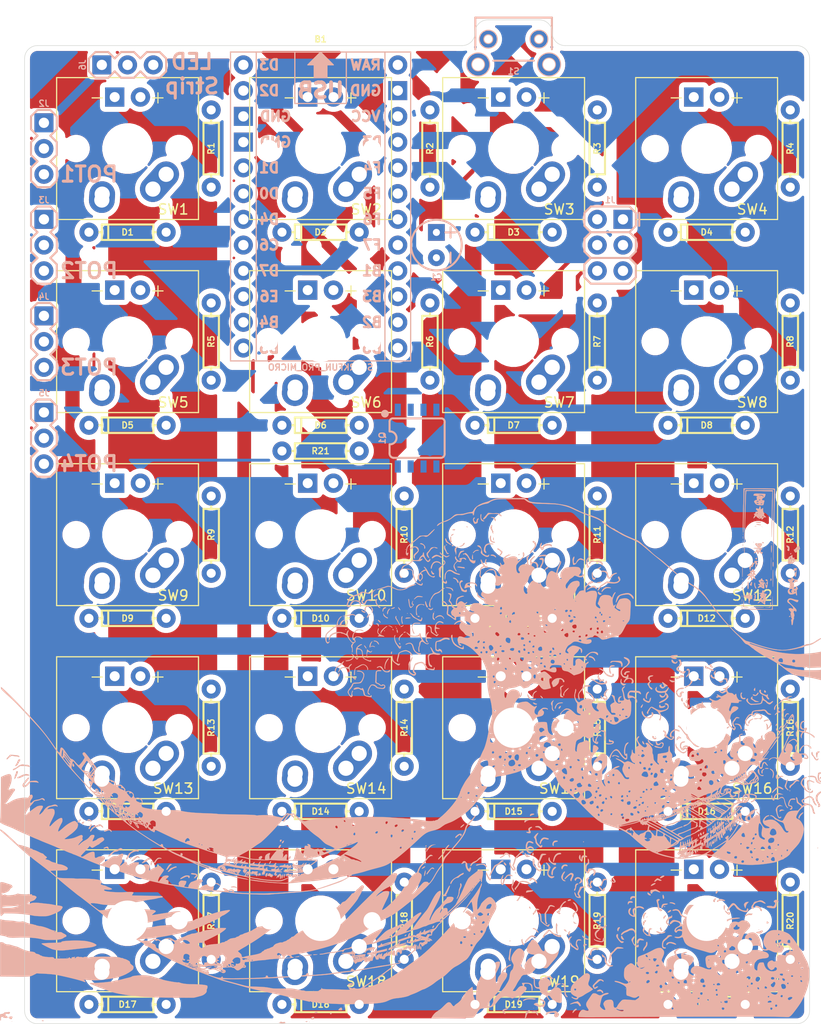
<source format=kicad_pcb>
(kicad_pcb (version 20171130) (host pcbnew 5.1.5-52549c5~86~ubuntu18.04.1)
  (layers (0 F.Cu signal) (31 B.Cu signal) (34 B.Paste user) (35 F.Paste user) (36 B.SilkS user) (37 F.SilkS user) (38 B.Mask user) (39 F.Mask user) (44 Edge.Cuts user))
  (net 0 "")
  (net 1 COL_1)
  (net 2 COL_2)
  (net 3 GND)
  (net 4 COL_3)
  (net 5 COL_4)
  (net 6 ROW_1)
  (net 7 ROW_2)
  (net 8 ROW_3)
  (net 9 ROW_4)
  (net 10 ROW_5)
  (net 11 BACKLIGHT_CTRL)
  (net 12 NEOPIXEL_CTRL)
  (net 13 MOSI)
  (net 14 MISO)
  (net 15 SCK)
  (net 16 A0)
  (net 17 A1)
  (net 18 A2)
  (net 19 A3)
  (net 20 VCC)
  (net 21 RESET)
  (net 22 RAW)
  (net 23 "Net-(D1-PadA)")
  (net 24 "Net-(D2-PadA)")
  (net 25 "Net-(D3-PadA)")
  (net 26 "Net-(D4-PadA)")
  (net 27 "Net-(D5-PadA)")
  (net 28 "Net-(D6-PadA)")
  (net 29 "Net-(D7-PadA)")
  (net 30 "Net-(D8-PadA)")
  (net 31 "Net-(D9-PadA)")
  (net 32 "Net-(D10-PadA)")
  (net 33 "Net-(D11-PadA)")
  (net 34 "Net-(D12-PadA)")
  (net 35 "Net-(D13-PadA)")
  (net 36 "Net-(D14-PadA)")
  (net 37 "Net-(D15-PadA)")
  (net 38 "Net-(D16-PadA)")
  (net 39 "Net-(D17-PadA)")
  (net 40 "Net-(D18-PadA)")
  (net 41 "Net-(D19-PadA)")
  (net 42 "Net-(D20-PadA)")
  (net 43 LED_GND)
  (net 44 "Net-(R1-PadP$2)")
  (net 45 "Net-(R2-PadP$2)")
  (net 46 "Net-(R3-PadP$2)")
  (net 47 "Net-(R4-PadP$2)")
  (net 48 "Net-(R5-PadP$2)")
  (net 49 "Net-(R6-PadP$2)")
  (net 50 "Net-(R7-PadP$2)")
  (net 51 "Net-(R8-PadP$2)")
  (net 52 "Net-(R9-PadP$2)")
  (net 53 "Net-(R10-PadP$2)")
  (net 54 "Net-(R11-PadP$2)")
  (net 55 "Net-(R12-PadP$2)")
  (net 56 "Net-(R13-PadP$2)")
  (net 57 "Net-(R14-PadP$2)")
  (net 58 "Net-(R15-PadP$2)")
  (net 59 "Net-(R16-PadP$2)")
  (net 60 "Net-(R17-PadP$2)")
  (net 61 "Net-(R18-PadP$2)")
  (net 62 "Net-(R19-PadP$2)")
  (net 63 "Net-(R20-PadP$2)")
  (module libkeyswitch-1_1:MX_ALPS_LED_PCB_MOUNT_1.0 (layer F.Cu) (at 171.45 78.74 180)
    (fp_text reference SW8 (at -4.5 -6) (layer F.SilkS))
    (fp_text value KEYSW_LED)
    (pad A thru_hole circle (at -1.27 5.08 180) (size 1.905 1.905) (drill 0.9906) (layers *.Cu *.Mask) (net 20 VCC))
    (pad K thru_hole rect (at 1.27 5.08 180) (size 1.905 1.905) (drill 0.9906) (layers *.Cu *.Mask) (net 51 "Net-(R8-PadP$2)"))
    (pad "" np_thru_hole circle (at 0 0 180) (size 3.9878 3.9878) (drill 3.9878) (layers *.Cu *.Mask))
    (pad S2 thru_hole custom (at 2.5 -4.5 180) (size 2.54 2.54) (drill 1.4986) (layers *.Cu *.Mask) (net 5 COL_4) (options (clearance outline) (anchor circle)) (primitives (gr_line (start 0 0) (end 0.04 -0.58) (width 2.54))))
    (pad S2 thru_hole circle (at 2.54 -5.08 180) (size 2.54 2.54) (drill 1.4986) (layers *.Cu *.Mask) (net 5 COL_4))
    (pad "" np_thru_hole circle (at -5.08 0 180) (size 1.7018 1.7018) (drill 1.7018) (layers *.Cu *.Mask))
    (pad S1 thru_hole custom (at -3.81 -2.54 180) (size 2.54 2.54) (drill 1.4986) (layers *.Cu *.Mask) (net 30 "Net-(D8-PadA)") (options (clearance outline) (anchor circle)) (primitives (gr_line (start 0 0) (end 1.31 -1.46) (width 2.54))))
    (pad S1 thru_hole circle (at -2.5 -4 180) (size 2.54 2.54) (drill 1.4986) (layers *.Cu *.Mask) (net 30 "Net-(D8-PadA)"))
    (pad "" np_thru_hole circle (at 5.08 0 180) (size 1.7018 1.7018) (drill 1.7018) (layers *.Cu *.Mask))
  )
  (module libkeyswitch-1_1:MX_ALPS_LED_PCB_MOUNT_1.0 (layer F.Cu) (at 171.45 116.84 180)
    (fp_text reference SW16 (at -4.5 -6) (layer F.SilkS))
    (fp_text value KEYSW_LED)
    (pad "" np_thru_hole circle (at 5.08 0 180) (size 1.7018 1.7018) (drill 1.7018) (layers *.Cu *.Mask))
    (pad S1 thru_hole circle (at -2.5 -4 180) (size 2.54 2.54) (drill 1.4986) (layers *.Cu *.Mask) (net 38 "Net-(D16-PadA)"))
    (pad S1 thru_hole custom (at -3.81 -2.54 180) (size 2.54 2.54) (drill 1.4986) (layers *.Cu *.Mask) (net 38 "Net-(D16-PadA)") (options (clearance outline) (anchor circle)) (primitives (gr_line (start 0 0) (end 1.31 -1.46) (width 2.54))))
    (pad "" np_thru_hole circle (at -5.08 0 180) (size 1.7018 1.7018) (drill 1.7018) (layers *.Cu *.Mask))
    (pad S2 thru_hole circle (at 2.54 -5.08 180) (size 2.54 2.54) (drill 1.4986) (layers *.Cu *.Mask) (net 5 COL_4))
    (pad S2 thru_hole custom (at 2.5 -4.5 180) (size 2.54 2.54) (drill 1.4986) (layers *.Cu *.Mask) (net 5 COL_4) (options (clearance outline) (anchor circle)) (primitives (gr_line (start 0 0) (end 0.04 -0.58) (width 2.54))))
    (pad "" np_thru_hole circle (at 0 0 180) (size 3.9878 3.9878) (drill 3.9878) (layers *.Cu *.Mask))
    (pad K thru_hole rect (at 1.27 5.08 180) (size 1.905 1.905) (drill 0.9906) (layers *.Cu *.Mask) (net 59 "Net-(R16-PadP$2)"))
    (pad A thru_hole circle (at -1.27 5.08 180) (size 1.905 1.905) (drill 0.9906) (layers *.Cu *.Mask) (net 20 VCC))
  )
  (module libkeyswitch-1_1:MX_ALPS_LED_PCB_MOUNT_1.0 (layer F.Cu) (at 171.45 135.89 180)
    (fp_text reference SW20 (at -4.5 -6) (layer F.SilkS))
    (fp_text value KEYSW_LED)
    (pad "" np_thru_hole circle (at 5.08 0 180) (size 1.7018 1.7018) (drill 1.7018) (layers *.Cu *.Mask))
    (pad S1 thru_hole circle (at -2.5 -4 180) (size 2.54 2.54) (drill 1.4986) (layers *.Cu *.Mask) (net 42 "Net-(D20-PadA)"))
    (pad S1 thru_hole custom (at -3.81 -2.54 180) (size 2.54 2.54) (drill 1.4986) (layers *.Cu *.Mask) (net 42 "Net-(D20-PadA)") (options (clearance outline) (anchor circle)) (primitives (gr_line (start 0 0) (end 1.31 -1.46) (width 2.54))))
    (pad "" np_thru_hole circle (at -5.08 0 180) (size 1.7018 1.7018) (drill 1.7018) (layers *.Cu *.Mask))
    (pad S2 thru_hole circle (at 2.54 -5.08 180) (size 2.54 2.54) (drill 1.4986) (layers *.Cu *.Mask) (net 5 COL_4))
    (pad S2 thru_hole custom (at 2.5 -4.5 180) (size 2.54 2.54) (drill 1.4986) (layers *.Cu *.Mask) (net 5 COL_4) (options (clearance outline) (anchor circle)) (primitives (gr_line (start 0 0) (end 0.04 -0.58) (width 2.54))))
    (pad "" np_thru_hole circle (at 0 0 180) (size 3.9878 3.9878) (drill 3.9878) (layers *.Cu *.Mask))
    (pad K thru_hole rect (at 1.27 5.08 180) (size 1.905 1.905) (drill 0.9906) (layers *.Cu *.Mask) (net 63 "Net-(R20-PadP$2)"))
    (pad A thru_hole circle (at -1.27 5.08 180) (size 1.905 1.905) (drill 0.9906) (layers *.Cu *.Mask) (net 20 VCC))
  )
  (module libkeyswitch-1_1:MX_ALPS_LED_PCB_MOUNT_1.0 (layer F.Cu) (at 133.35 135.89 180)
    (fp_text reference SW18 (at -4.5 -6) (layer F.SilkS))
    (fp_text value KEYSW_LED)
    (pad A thru_hole circle (at -1.27 5.08 180) (size 1.905 1.905) (drill 0.9906) (layers *.Cu *.Mask) (net 20 VCC))
    (pad K thru_hole rect (at 1.27 5.08 180) (size 1.905 1.905) (drill 0.9906) (layers *.Cu *.Mask) (net 61 "Net-(R18-PadP$2)"))
    (pad "" np_thru_hole circle (at 0 0 180) (size 3.9878 3.9878) (drill 3.9878) (layers *.Cu *.Mask))
    (pad S2 thru_hole custom (at 2.5 -4.5 180) (size 2.54 2.54) (drill 1.4986) (layers *.Cu *.Mask) (net 2 COL_2) (options (clearance outline) (anchor circle)) (primitives (gr_line (start 0 0) (end 0.04 -0.58) (width 2.54))))
    (pad S2 thru_hole circle (at 2.54 -5.08 180) (size 2.54 2.54) (drill 1.4986) (layers *.Cu *.Mask) (net 2 COL_2))
    (pad "" np_thru_hole circle (at -5.08 0 180) (size 1.7018 1.7018) (drill 1.7018) (layers *.Cu *.Mask))
    (pad S1 thru_hole custom (at -3.81 -2.54 180) (size 2.54 2.54) (drill 1.4986) (layers *.Cu *.Mask) (net 40 "Net-(D18-PadA)") (options (clearance outline) (anchor circle)) (primitives (gr_line (start 0 0) (end 1.31 -1.46) (width 2.54))))
    (pad S1 thru_hole circle (at -2.5 -4 180) (size 2.54 2.54) (drill 1.4986) (layers *.Cu *.Mask) (net 40 "Net-(D18-PadA)"))
    (pad "" np_thru_hole circle (at 5.08 0 180) (size 1.7018 1.7018) (drill 1.7018) (layers *.Cu *.Mask))
  )
  (module libkeyswitch-1_1:MX_ALPS_LED_PCB_MOUNT_1.0 (layer F.Cu) (at 114.3 135.89 180)
    (fp_text reference SW17 hide)
    (fp_text value KEYSW_LED)
    (pad "" np_thru_hole circle (at 5.08 0 180) (size 1.7018 1.7018) (drill 1.7018) (layers *.Cu *.Mask))
    (pad S1 thru_hole circle (at -2.5 -4 180) (size 2.54 2.54) (drill 1.4986) (layers *.Cu *.Mask) (net 39 "Net-(D17-PadA)"))
    (pad S1 thru_hole custom (at -3.81 -2.54 180) (size 2.54 2.54) (drill 1.4986) (layers *.Cu *.Mask) (net 39 "Net-(D17-PadA)") (options (clearance outline) (anchor circle)) (primitives (gr_line (start 0 0) (end 1.31 -1.46) (width 2.54))))
    (pad "" np_thru_hole circle (at -5.08 0 180) (size 1.7018 1.7018) (drill 1.7018) (layers *.Cu *.Mask))
    (pad S2 thru_hole circle (at 2.54 -5.08 180) (size 2.54 2.54) (drill 1.4986) (layers *.Cu *.Mask) (net 1 COL_1))
    (pad S2 thru_hole custom (at 2.5 -4.5 180) (size 2.54 2.54) (drill 1.4986) (layers *.Cu *.Mask) (net 1 COL_1) (options (clearance outline) (anchor circle)) (primitives (gr_line (start 0 0) (end 0.04 -0.58) (width 2.54))))
    (pad "" np_thru_hole circle (at 0 0 180) (size 3.9878 3.9878) (drill 3.9878) (layers *.Cu *.Mask))
    (pad K thru_hole rect (at 1.27 5.08 180) (size 1.905 1.905) (drill 0.9906) (layers *.Cu *.Mask) (net 60 "Net-(R17-PadP$2)"))
    (pad A thru_hole circle (at -1.27 5.08 180) (size 1.905 1.905) (drill 0.9906) (layers *.Cu *.Mask) (net 20 VCC))
  )
  (module logos:kanagawa_81mm_x_56mm_silkscreen (layer B.Cu) (at 142.24 118.11 180)
    (fp_text reference G*** hide)
    (fp_text value LOGO hide)
  )
  (module Boards:SPARKFUN_PRO_MICRO (layer F.Cu) (at 133.35 64.135)
    (fp_text reference B1 (at 0 -15.24) (layer F.SilkS) (effects (font (size 0.6096 0.6096) (thickness 0.127))))
    (fp_text value SPARKFUN_PRO_MICRO (at 0 17.145) (layer B.SilkS) (effects (font (size 0.6096 0.6096) (thickness 0.127)) (justify mirror)))
    (fp_text user USB (at 0 -10.16) (layer B.SilkS) (effects (font (size 1.5 1.5) (thickness 0.375)) (justify mirror)))
    (fp_text user D3 (at -5.08 -12.7) (layer B.SilkS) (effects (font (thickness 0.25)) (justify mirror)))
    (fp_text user D2 (at -5.08 -10.16) (layer B.SilkS) (effects (font (thickness 0.25)) (justify mirror)))
    (fp_text user GND (at -4.445 -5.08) (layer B.SilkS) (effects (font (thickness 0.25)) (justify mirror)))
    (fp_text user GND (at -4.445 -7.62) (layer B.SilkS) (effects (font (thickness 0.25)) (justify mirror)))
    (fp_text user D0 (at -5.08 0) (layer B.SilkS) (effects (font (thickness 0.25)) (justify mirror)))
    (fp_text user D4 (at -5.08 2.54) (layer B.SilkS) (effects (font (thickness 0.25)) (justify mirror)))
    (fp_text user D1 (at -5.08 -2.54) (layer B.SilkS) (effects (font (thickness 0.25)) (justify mirror)))
    (fp_text user C6 (at -5.08 5.08) (layer B.SilkS) (effects (font (thickness 0.25)) (justify mirror)))
    (fp_text user E6 (at -5.08 10.16) (layer B.SilkS) (effects (font (thickness 0.25)) (justify mirror)))
    (fp_text user B4 (at -5.08 12.7) (layer B.SilkS) (effects (font (thickness 0.25)) (justify mirror)))
    (fp_text user D7 (at -5.08 7.62) (layer B.SilkS) (effects (font (thickness 0.25)) (justify mirror)))
    (fp_text user B5 (at -5.08 15.24) (layer B.SilkS) (effects (font (thickness 0.25)) (justify mirror)))
    (fp_text user B3 (at 5.08 10.16) (layer B.SilkS) (effects (font (thickness 0.25)) (justify mirror)))
    (fp_text user B2 (at 5.08 12.7) (layer B.SilkS) (effects (font (thickness 0.25)) (justify mirror)))
    (fp_text user B1 (at 5.08 7.62) (layer B.SilkS) (effects (font (thickness 0.25)) (justify mirror)))
    (fp_text user B6 (at 5.08 15.24) (layer B.SilkS) (effects (font (thickness 0.25)) (justify mirror)))
    (fp_text user F5 (at 5.08 0) (layer B.SilkS) (effects (font (thickness 0.25)) (justify mirror)))
    (fp_text user F6 (at 5.08 2.54) (layer B.SilkS) (effects (font (thickness 0.25)) (justify mirror)))
    (fp_text user F4 (at 5.08 -2.54) (layer B.SilkS) (effects (font (thickness 0.25)) (justify mirror)))
    (fp_text user F7 (at 5.08 5.08) (layer B.SilkS) (effects (font (thickness 0.25)) (justify mirror)))
    (fp_text user GND (at 4.445 -10.16) (layer B.SilkS) (effects (font (thickness 0.25)) (justify mirror)))
    (fp_text user VCC (at 4.445 -7.62) (layer B.SilkS) (effects (font (thickness 0.25)) (justify mirror)))
    (fp_text user RAW (at 4.445 -12.7) (layer B.SilkS) (effects (font (thickness 0.25)) (justify mirror)))
    (fp_text user D3 (at 5.08 -5.08) (layer B.SilkS) (effects (font (thickness 0.25)) (justify mirror)))
    (pad 1 thru_hole circle (at -7.62 -12.7) (size 1.8796 1.8796) (drill 1.016) (layers *.Cu *.Mask) (net 1 COL_1))
    (pad 2 thru_hole circle (at -7.62 -10.16) (size 1.8796 1.8796) (drill 1.016) (layers *.Cu *.Mask) (net 2 COL_2))
    (pad 3 thru_hole rect (at -7.62 -7.62) (size 1.8796 1.8796) (drill 1.016) (layers *.Cu *.Mask) (net 3 GND))
    (pad 4 thru_hole rect (at -7.62 -5.08) (size 1.8796 1.8796) (drill 1.016) (layers *.Cu *.Mask) (net 3 GND))
    (pad 5 thru_hole circle (at -7.62 -2.54) (size 1.8796 1.8796) (drill 1.016) (layers *.Cu *.Mask) (net 4 COL_3))
    (pad 6 thru_hole circle (at -7.62 0) (size 1.8796 1.8796) (drill 1.016) (layers *.Cu *.Mask) (net 5 COL_4))
    (pad 7 thru_hole circle (at -7.62 2.54) (size 1.8796 1.8796) (drill 1.016) (layers *.Cu *.Mask) (net 6 ROW_1))
    (pad 8 thru_hole circle (at -7.62 5.08) (size 1.8796 1.8796) (drill 1.016) (layers *.Cu *.Mask) (net 7 ROW_2))
    (pad 9 thru_hole circle (at -7.62 7.62) (size 1.8796 1.8796) (drill 1.016) (layers *.Cu *.Mask) (net 8 ROW_3))
    (pad 10 thru_hole circle (at -7.62 10.16) (size 1.8796 1.8796) (drill 1.016) (layers *.Cu *.Mask) (net 9 ROW_4))
    (pad 11 thru_hole circle (at -7.62 12.7) (size 1.8796 1.8796) (drill 1.016) (layers *.Cu *.Mask) (net 10 ROW_5))
    (pad 12 thru_hole circle (at -7.62 15.24) (size 1.8796 1.8796) (drill 1.016) (layers *.Cu *.Mask) (net 11 BACKLIGHT_CTRL))
    (pad 13 thru_hole circle (at 7.62 15.24) (size 1.8796 1.8796) (drill 1.016) (layers *.Cu *.Mask) (net 12 NEOPIXEL_CTRL))
    (pad 14 thru_hole circle (at 7.62 12.7) (size 1.8796 1.8796) (drill 1.016) (layers *.Cu *.Mask) (net 13 MOSI))
    (pad 15 thru_hole circle (at 7.62 10.16) (size 1.8796 1.8796) (drill 1.016) (layers *.Cu *.Mask) (net 14 MISO))
    (pad 16 thru_hole circle (at 7.62 7.62) (size 1.8796 1.8796) (drill 1.016) (layers *.Cu *.Mask) (net 15 SCK))
    (pad 17 thru_hole circle (at 7.62 5.08) (size 1.8796 1.8796) (drill 1.016) (layers *.Cu *.Mask) (net 16 A0))
    (pad 18 thru_hole circle (at 7.62 2.54) (size 1.8796 1.8796) (drill 1.016) (layers *.Cu *.Mask) (net 17 A1))
    (pad 19 thru_hole circle (at 7.62 0) (size 1.8796 1.8796) (drill 1.016) (layers *.Cu *.Mask) (net 18 A2))
    (pad 20 thru_hole circle (at 7.62 -2.54) (size 1.8796 1.8796) (drill 1.016) (layers *.Cu *.Mask) (net 19 A3))
    (pad 21 thru_hole circle (at 7.62 -5.08) (size 1.8796 1.8796) (drill 1.016) (layers *.Cu *.Mask) (net 20 VCC))
    (pad 22 thru_hole circle (at 7.62 -7.62) (size 1.8796 1.8796) (drill 1.016) (layers *.Cu *.Mask) (net 21 RESET))
    (pad 23 thru_hole rect (at 7.62 -10.16) (size 1.8796 1.8796) (drill 1.016) (layers *.Cu *.Mask) (net 3 GND))
    (pad 24 thru_hole circle (at 7.62 -12.7) (size 1.8796 1.8796) (drill 1.016) (layers *.Cu *.Mask) (net 22 RAW))
  )
  (module Connectors:1X03 (layer B.Cu) (at 106.045 90.805 90)
    (fp_text reference J5 (at 6.985 0) (layer B.SilkS) (effects (font (size 0.6096 0.6096) (thickness 0.127)) (justify mirror)))
    (fp_text value Conn_01x03 hide)
    (pad 3 thru_hole rect (at 5.08 0 90) (size 1.8796 1.8796) (drill 1.016) (layers *.Cu *.Mask) (net 3 GND))
    (pad 2 thru_hole circle (at 2.54 0 90) (size 1.8796 1.8796) (drill 1.016) (layers *.Cu *.Mask) (net 19 A3))
    (pad 1 thru_hole circle (at 0 0 90) (size 1.8796 1.8796) (drill 1.016) (layers *.Cu *.Mask) (net 20 VCC))
  )
  (module Connectors:1X03 (layer B.Cu) (at 106.045 81.28 90)
    (fp_text reference J4 (at 6.985 0) (layer B.SilkS) (effects (font (size 0.6096 0.6096) (thickness 0.127)) (justify mirror)))
    (fp_text value Conn_01x03 hide)
    (pad 1 thru_hole circle (at 0 0 90) (size 1.8796 1.8796) (drill 1.016) (layers *.Cu *.Mask) (net 20 VCC))
    (pad 2 thru_hole circle (at 2.54 0 90) (size 1.8796 1.8796) (drill 1.016) (layers *.Cu *.Mask) (net 18 A2))
    (pad 3 thru_hole rect (at 5.08 0 90) (size 1.8796 1.8796) (drill 1.016) (layers *.Cu *.Mask) (net 3 GND))
  )
  (module Connectors:1X03 (layer B.Cu) (at 106.045 71.755 90)
    (fp_text reference J3 (at 6.985 0) (layer B.SilkS) (effects (font (size 0.6096 0.6096) (thickness 0.127)) (justify mirror)))
    (fp_text value Conn_01x03 hide)
    (pad 3 thru_hole rect (at 5.08 0 90) (size 1.8796 1.8796) (drill 1.016) (layers *.Cu *.Mask) (net 3 GND))
    (pad 2 thru_hole circle (at 2.54 0 90) (size 1.8796 1.8796) (drill 1.016) (layers *.Cu *.Mask) (net 17 A1))
    (pad 1 thru_hole circle (at 0 0 90) (size 1.8796 1.8796) (drill 1.016) (layers *.Cu *.Mask) (net 20 VCC))
  )
  (module Connectors:1X03 (layer B.Cu) (at 106.045 62.23 90)
    (fp_text reference J2 (at 6.985 0) (layer B.SilkS) (effects (font (size 0.6096 0.6096) (thickness 0.127)) (justify mirror)))
    (fp_text value Conn_01x03 hide)
    (pad 1 thru_hole circle (at 0 0 90) (size 1.8796 1.8796) (drill 1.016) (layers *.Cu *.Mask) (net 20 VCC))
    (pad 2 thru_hole circle (at 2.54 0 90) (size 1.8796 1.8796) (drill 1.016) (layers *.Cu *.Mask) (net 16 A0))
    (pad 3 thru_hole rect (at 5.08 0 90) (size 1.8796 1.8796) (drill 1.016) (layers *.Cu *.Mask) (net 3 GND))
  )
  (module Connectors:1X03 (layer B.Cu) (at 116.84 51.435 180)
    (fp_text reference J6 (at 6.985 0 270) (layer B.SilkS) (effects (font (size 0.6096 0.6096) (thickness 0.127)) (justify mirror)))
    (fp_text value Conn_01x03 hide)
    (pad 1 thru_hole circle (at 0 0 180) (size 1.8796 1.8796) (drill 1.016) (layers *.Cu *.Mask) (net 20 VCC))
    (pad 2 thru_hole circle (at 2.54 0 180) (size 1.8796 1.8796) (drill 1.016) (layers *.Cu *.Mask) (net 12 NEOPIXEL_CTRL))
    (pad 3 thru_hole rect (at 5.08 0 180) (size 1.8796 1.8796) (drill 1.016) (layers *.Cu *.Mask) (net 3 GND))
  )
  (module Capacitors:CPOL-RADIAL-2.5MM-5MM (layer B.Cu) (at 144.78 69.215 90)
    (fp_text reference C1 (at -3.175 0 180) (layer B.SilkS) (effects (font (size 0.6096 0.6096) (thickness 0.127)) (justify mirror)))
    (fp_text value 10UF-POLAR-RADIAL-2.5MM-25V-20% hide)
    (pad 1 thru_hole rect (at 1.24968 0 90) (size 1.651 1.651) (drill 0.6985) (layers *.Cu *.Mask) (net 20 VCC))
    (pad 2 thru_hole circle (at -1.24968 0 90) (size 1.651 1.651) (drill 0.6985) (layers *.Cu *.Mask) (net 3 GND))
  )
  (module libkeyswitch-1_1:DIODE-1N4148 (layer F.Cu) (at 114.3 67.945 180)
    (fp_text reference D1 (at 0 0) (layer F.SilkS) (effects (font (size 0.6096 0.6096) (thickness 0.127))))
    (fp_text value 1N4148 hide)
    (pad A thru_hole circle (at -3.81 0 180) (size 1.8796 1.8796) (drill 0.89916) (layers *.Cu *.Mask) (net 23 "Net-(D1-PadA)"))
    (pad C thru_hole circle (at 3.81 0 180) (size 1.8796 1.8796) (drill 0.89916) (layers *.Cu *.Mask) (net 6 ROW_1))
  )
  (module libkeyswitch-1_1:DIODE-1N4148 (layer F.Cu) (at 133.35 67.945 180)
    (fp_text reference D2 (at 0 0) (layer F.SilkS) (effects (font (size 0.6096 0.6096) (thickness 0.127))))
    (fp_text value 1N4148 hide)
    (pad C thru_hole circle (at 3.81 0 180) (size 1.8796 1.8796) (drill 0.89916) (layers *.Cu *.Mask) (net 6 ROW_1))
    (pad A thru_hole circle (at -3.81 0 180) (size 1.8796 1.8796) (drill 0.89916) (layers *.Cu *.Mask) (net 24 "Net-(D2-PadA)"))
  )
  (module libkeyswitch-1_1:DIODE-1N4148 (layer F.Cu) (at 152.4 67.945 180)
    (fp_text reference D3 (at 0 0) (layer F.SilkS) (effects (font (size 0.6096 0.6096) (thickness 0.127))))
    (fp_text value 1N4148 hide)
    (pad A thru_hole circle (at -3.81 0 180) (size 1.8796 1.8796) (drill 0.89916) (layers *.Cu *.Mask) (net 25 "Net-(D3-PadA)"))
    (pad C thru_hole circle (at 3.81 0 180) (size 1.8796 1.8796) (drill 0.89916) (layers *.Cu *.Mask) (net 6 ROW_1))
  )
  (module libkeyswitch-1_1:DIODE-1N4148 (layer F.Cu) (at 171.45 67.945 180)
    (fp_text reference D4 (at 0 0) (layer F.SilkS) (effects (font (size 0.6096 0.6096) (thickness 0.127))))
    (fp_text value 1N4148 hide)
    (pad C thru_hole circle (at 3.81 0 180) (size 1.8796 1.8796) (drill 0.89916) (layers *.Cu *.Mask) (net 6 ROW_1))
    (pad A thru_hole circle (at -3.81 0 180) (size 1.8796 1.8796) (drill 0.89916) (layers *.Cu *.Mask) (net 26 "Net-(D4-PadA)"))
  )
  (module libkeyswitch-1_1:DIODE-1N4148 (layer F.Cu) (at 114.3 86.995 180)
    (fp_text reference D5 (at 0 0) (layer F.SilkS) (effects (font (size 0.6096 0.6096) (thickness 0.127))))
    (fp_text value 1N4148 hide)
    (pad A thru_hole circle (at -3.81 0 180) (size 1.8796 1.8796) (drill 0.89916) (layers *.Cu *.Mask) (net 27 "Net-(D5-PadA)"))
    (pad C thru_hole circle (at 3.81 0 180) (size 1.8796 1.8796) (drill 0.89916) (layers *.Cu *.Mask) (net 7 ROW_2))
  )
  (module libkeyswitch-1_1:DIODE-1N4148 (layer F.Cu) (at 133.35 86.995 180)
    (fp_text reference D6 (at 0 0) (layer F.SilkS) (effects (font (size 0.6096 0.6096) (thickness 0.127))))
    (fp_text value 1N4148 hide)
    (pad C thru_hole circle (at 3.81 0 180) (size 1.8796 1.8796) (drill 0.89916) (layers *.Cu *.Mask) (net 7 ROW_2))
    (pad A thru_hole circle (at -3.81 0 180) (size 1.8796 1.8796) (drill 0.89916) (layers *.Cu *.Mask) (net 28 "Net-(D6-PadA)"))
  )
  (module libkeyswitch-1_1:DIODE-1N4148 (layer F.Cu) (at 152.4 86.995 180)
    (fp_text reference D7 (at 0 0) (layer F.SilkS) (effects (font (size 0.6096 0.6096) (thickness 0.127))))
    (fp_text value 1N4148 hide)
    (pad A thru_hole circle (at -3.81 0 180) (size 1.8796 1.8796) (drill 0.89916) (layers *.Cu *.Mask) (net 29 "Net-(D7-PadA)"))
    (pad C thru_hole circle (at 3.81 0 180) (size 1.8796 1.8796) (drill 0.89916) (layers *.Cu *.Mask) (net 7 ROW_2))
  )
  (module libkeyswitch-1_1:DIODE-1N4148 (layer F.Cu) (at 171.45 86.995 180)
    (fp_text reference D8 (at 0 0) (layer F.SilkS) (effects (font (size 0.6096 0.6096) (thickness 0.127))))
    (fp_text value 1N4148 hide)
    (pad C thru_hole circle (at 3.81 0 180) (size 1.8796 1.8796) (drill 0.89916) (layers *.Cu *.Mask) (net 7 ROW_2))
    (pad A thru_hole circle (at -3.81 0 180) (size 1.8796 1.8796) (drill 0.89916) (layers *.Cu *.Mask) (net 30 "Net-(D8-PadA)"))
  )
  (module libkeyswitch-1_1:DIODE-1N4148 (layer F.Cu) (at 114.3 106.045 180)
    (fp_text reference D9 (at 0 0) (layer F.SilkS) (effects (font (size 0.6096 0.6096) (thickness 0.127))))
    (fp_text value 1N4148 hide)
    (pad A thru_hole circle (at -3.81 0 180) (size 1.8796 1.8796) (drill 0.89916) (layers *.Cu *.Mask) (net 31 "Net-(D9-PadA)"))
    (pad C thru_hole circle (at 3.81 0 180) (size 1.8796 1.8796) (drill 0.89916) (layers *.Cu *.Mask) (net 8 ROW_3))
  )
  (module libkeyswitch-1_1:DIODE-1N4148 (layer F.Cu) (at 133.35 106.045 180)
    (fp_text reference D10 (at 0 0) (layer F.SilkS) (effects (font (size 0.6096 0.6096) (thickness 0.127))))
    (fp_text value 1N4148 hide)
    (pad A thru_hole circle (at -3.81 0 180) (size 1.8796 1.8796) (drill 0.89916) (layers *.Cu *.Mask) (net 32 "Net-(D10-PadA)"))
    (pad C thru_hole circle (at 3.81 0 180) (size 1.8796 1.8796) (drill 0.89916) (layers *.Cu *.Mask) (net 8 ROW_3))
  )
  (module libkeyswitch-1_1:DIODE-1N4148 (layer F.Cu) (at 152.4 106.045 180)
    (fp_text reference D11 (at 0 0) (layer F.SilkS) (effects (font (size 0.6096 0.6096) (thickness 0.127))))
    (fp_text value 1N4148 hide)
    (pad A thru_hole circle (at -3.81 0 180) (size 1.8796 1.8796) (drill 0.89916) (layers *.Cu *.Mask) (net 33 "Net-(D11-PadA)"))
    (pad C thru_hole circle (at 3.81 0 180) (size 1.8796 1.8796) (drill 0.89916) (layers *.Cu *.Mask) (net 8 ROW_3))
  )
  (module libkeyswitch-1_1:DIODE-1N4148 (layer F.Cu) (at 171.45 106.045 180)
    (fp_text reference D12 (at 0 0) (layer F.SilkS) (effects (font (size 0.6096 0.6096) (thickness 0.127))))
    (fp_text value 1N4148 hide)
    (pad C thru_hole circle (at 3.81 0 180) (size 1.8796 1.8796) (drill 0.89916) (layers *.Cu *.Mask) (net 8 ROW_3))
    (pad A thru_hole circle (at -3.81 0 180) (size 1.8796 1.8796) (drill 0.89916) (layers *.Cu *.Mask) (net 34 "Net-(D12-PadA)"))
  )
  (module libkeyswitch-1_1:DIODE-1N4148 (layer F.Cu) (at 114.3 125.095 180)
    (fp_text reference D13 (at 0 0) (layer F.SilkS) (effects (font (size 0.6096 0.6096) (thickness 0.127))))
    (fp_text value 1N4148 hide)
    (pad C thru_hole circle (at 3.81 0 180) (size 1.8796 1.8796) (drill 0.89916) (layers *.Cu *.Mask) (net 9 ROW_4))
    (pad A thru_hole circle (at -3.81 0 180) (size 1.8796 1.8796) (drill 0.89916) (layers *.Cu *.Mask) (net 35 "Net-(D13-PadA)"))
  )
  (module libkeyswitch-1_1:DIODE-1N4148 (layer F.Cu) (at 133.35 125.095 180)
    (fp_text reference D14 (at 0 0) (layer F.SilkS) (effects (font (size 0.6096 0.6096) (thickness 0.127))))
    (fp_text value 1N4148 hide)
    (pad C thru_hole circle (at 3.81 0 180) (size 1.8796 1.8796) (drill 0.89916) (layers *.Cu *.Mask) (net 9 ROW_4))
    (pad A thru_hole circle (at -3.81 0 180) (size 1.8796 1.8796) (drill 0.89916) (layers *.Cu *.Mask) (net 36 "Net-(D14-PadA)"))
  )
  (module libkeyswitch-1_1:DIODE-1N4148 (layer F.Cu) (at 152.4 125.095 180)
    (fp_text reference D15 (at 0 0) (layer F.SilkS) (effects (font (size 0.6096 0.6096) (thickness 0.127))))
    (fp_text value 1N4148 hide)
    (pad A thru_hole circle (at -3.81 0 180) (size 1.8796 1.8796) (drill 0.89916) (layers *.Cu *.Mask) (net 37 "Net-(D15-PadA)"))
    (pad C thru_hole circle (at 3.81 0 180) (size 1.8796 1.8796) (drill 0.89916) (layers *.Cu *.Mask) (net 9 ROW_4))
  )
  (module libkeyswitch-1_1:DIODE-1N4148 (layer F.Cu) (at 171.45 125.095 180)
    (fp_text reference D16 (at 0 0) (layer F.SilkS) (effects (font (size 0.6096 0.6096) (thickness 0.127))))
    (fp_text value 1N4148 hide)
    (pad C thru_hole circle (at 3.81 0 180) (size 1.8796 1.8796) (drill 0.89916) (layers *.Cu *.Mask) (net 9 ROW_4))
    (pad A thru_hole circle (at -3.81 0 180) (size 1.8796 1.8796) (drill 0.89916) (layers *.Cu *.Mask) (net 38 "Net-(D16-PadA)"))
  )
  (module libkeyswitch-1_1:DIODE-1N4148 (layer F.Cu) (at 114.3 144.145 180)
    (fp_text reference D17 (at 0 0) (layer F.SilkS) (effects (font (size 0.6096 0.6096) (thickness 0.127))))
    (fp_text value 1N4148 hide)
    (pad A thru_hole circle (at -3.81 0 180) (size 1.8796 1.8796) (drill 0.89916) (layers *.Cu *.Mask) (net 39 "Net-(D17-PadA)"))
    (pad C thru_hole circle (at 3.81 0 180) (size 1.8796 1.8796) (drill 0.89916) (layers *.Cu *.Mask) (net 10 ROW_5))
  )
  (module libkeyswitch-1_1:DIODE-1N4148 (layer F.Cu) (at 133.35 144.145 180)
    (fp_text reference D18 (at 0 0) (layer F.SilkS) (effects (font (size 0.6096 0.6096) (thickness 0.127))))
    (fp_text value 1N4148 hide)
    (pad C thru_hole circle (at 3.81 0 180) (size 1.8796 1.8796) (drill 0.89916) (layers *.Cu *.Mask) (net 10 ROW_5))
    (pad A thru_hole circle (at -3.81 0 180) (size 1.8796 1.8796) (drill 0.89916) (layers *.Cu *.Mask) (net 40 "Net-(D18-PadA)"))
  )
  (module libkeyswitch-1_1:DIODE-1N4148 (layer F.Cu) (at 152.4 144.145 180)
    (fp_text reference D19 (at 0 0) (layer F.SilkS) (effects (font (size 0.6096 0.6096) (thickness 0.127))))
    (fp_text value 1N4148 hide)
    (pad A thru_hole circle (at -3.81 0 180) (size 1.8796 1.8796) (drill 0.89916) (layers *.Cu *.Mask) (net 41 "Net-(D19-PadA)"))
    (pad C thru_hole circle (at 3.81 0 180) (size 1.8796 1.8796) (drill 0.89916) (layers *.Cu *.Mask) (net 10 ROW_5))
  )
  (module libkeyswitch-1_1:DIODE-1N4148 (layer F.Cu) (at 171.45 144.145 180)
    (fp_text reference D20 (at 0 0) (layer F.SilkS) (effects (font (size 0.6096 0.6096) (thickness 0.127))))
    (fp_text value 1N4148 hide)
    (pad C thru_hole circle (at 3.81 0 180) (size 1.8796 1.8796) (drill 0.89916) (layers *.Cu *.Mask) (net 10 ROW_5))
    (pad A thru_hole circle (at -3.81 0 180) (size 1.8796 1.8796) (drill 0.89916) (layers *.Cu *.Mask) (net 42 "Net-(D20-PadA)"))
  )
  (module Connectors:2X3 (layer B.Cu) (at 163.195 66.675 270)
    (fp_text reference J1 (at -1.905 1.27) (layer B.SilkS) (effects (font (size 0.6096 0.6096) (thickness 0.127)) (justify mirror)))
    (fp_text value Conn_02x03_Odd_Even hide)
    (pad 1 thru_hole rect (at 0 0 270) (size 1.8796 1.8796) (drill 1.016) (layers *.Cu *.Mask) (net 14 MISO))
    (pad 2 thru_hole circle (at 0 2.54 270) (size 1.8796 1.8796) (drill 1.016) (layers *.Cu *.Mask) (net 20 VCC))
    (pad 3 thru_hole circle (at 2.54 0 270) (size 1.8796 1.8796) (drill 1.016) (layers *.Cu *.Mask) (net 15 SCK))
    (pad 4 thru_hole circle (at 2.54 2.54 270) (size 1.8796 1.8796) (drill 1.016) (layers *.Cu *.Mask) (net 13 MOSI))
    (pad 5 thru_hole circle (at 5.08 0 270) (size 1.8796 1.8796) (drill 1.016) (layers *.Cu *.Mask) (net 21 RESET))
    (pad 6 thru_hole circle (at 5.08 2.54 270) (size 1.8796 1.8796) (drill 1.016) (layers *.Cu *.Mask) (net 3 GND))
  )
  (module Silicon-Standard:SO08 (layer B.Cu) (at 142.875 88.265)
    (fp_text reference Q1 (at -3.429 0 270) (layer B.SilkS) (effects (font (size 0.6096 0.6096) (thickness 0.127)) (justify mirror)))
    (fp_text value MOSFET-NCH-FDS6630A hide)
    (pad 1 smd rect (at -1.905 -2.79908) (size 0.59944 1.19888) (layers B.Cu B.Paste B.Mask) (net 3 GND))
    (pad 2 smd rect (at -0.635 -2.79908) (size 0.59944 1.19888) (layers B.Cu B.Paste B.Mask) (net 3 GND))
    (pad 3 smd rect (at 0.635 -2.79908) (size 0.59944 1.19888) (layers B.Cu B.Paste B.Mask) (net 3 GND))
    (pad 4 smd rect (at 1.905 -2.79908) (size 0.59944 1.19888) (layers B.Cu B.Paste B.Mask) (net 11 BACKLIGHT_CTRL))
    (pad 5 smd rect (at 1.905 2.79908) (size 0.59944 1.19888) (layers B.Cu B.Paste B.Mask) (net 43 LED_GND))
    (pad 6 smd rect (at 0.635 2.79908) (size 0.59944 1.19888) (layers B.Cu B.Paste B.Mask) (net 43 LED_GND))
    (pad 7 smd rect (at -0.635 2.79908) (size 0.59944 1.19888) (layers B.Cu B.Paste B.Mask) (net 43 LED_GND))
    (pad 8 smd rect (at -1.905 2.79908) (size 0.59944 1.19888) (layers B.Cu B.Paste B.Mask) (net 43 LED_GND))
  )
  (module libkeyswitch-1_1:AXIAL-0.3 (layer F.Cu) (at 122.555 59.69 270)
    (fp_text reference R1 (at 0 0 90) (layer F.SilkS) (effects (font (size 0.6096 0.6096) (thickness 0.127))))
    (fp_text value RESISTORAXIAL-0.3 hide)
    (pad P$2 thru_hole circle (at 3.81 0 270) (size 1.8796 1.8796) (drill 0.89916) (layers *.Cu *.Mask) (net 44 "Net-(R1-PadP$2)"))
    (pad P$1 thru_hole circle (at -3.81 0 270) (size 1.8796 1.8796) (drill 0.89916) (layers *.Cu *.Mask) (net 43 LED_GND))
  )
  (module libkeyswitch-1_1:AXIAL-0.3 (layer F.Cu) (at 144.145 59.69 270)
    (fp_text reference R2 (at 0 0 90) (layer F.SilkS) (effects (font (size 0.6096 0.6096) (thickness 0.127))))
    (fp_text value RESISTORAXIAL-0.3 hide)
    (pad P$1 thru_hole circle (at -3.81 0 270) (size 1.8796 1.8796) (drill 0.89916) (layers *.Cu *.Mask) (net 43 LED_GND))
    (pad P$2 thru_hole circle (at 3.81 0 270) (size 1.8796 1.8796) (drill 0.89916) (layers *.Cu *.Mask) (net 45 "Net-(R2-PadP$2)"))
  )
  (module libkeyswitch-1_1:AXIAL-0.3 (layer F.Cu) (at 160.655 59.69 270)
    (fp_text reference R3 (at 0 0 90) (layer F.SilkS) (effects (font (size 0.6096 0.6096) (thickness 0.127))))
    (fp_text value RESISTORAXIAL-0.3 hide)
    (pad P$2 thru_hole circle (at 3.81 0 270) (size 1.8796 1.8796) (drill 0.89916) (layers *.Cu *.Mask) (net 46 "Net-(R3-PadP$2)"))
    (pad P$1 thru_hole circle (at -3.81 0 270) (size 1.8796 1.8796) (drill 0.89916) (layers *.Cu *.Mask) (net 43 LED_GND))
  )
  (module libkeyswitch-1_1:AXIAL-0.3 (layer F.Cu) (at 179.705 59.69 270)
    (fp_text reference R4 (at 0 0 90) (layer F.SilkS) (effects (font (size 0.6096 0.6096) (thickness 0.127))))
    (fp_text value RESISTORAXIAL-0.3 hide)
    (pad P$1 thru_hole circle (at -3.81 0 270) (size 1.8796 1.8796) (drill 0.89916) (layers *.Cu *.Mask) (net 43 LED_GND))
    (pad P$2 thru_hole circle (at 3.81 0 270) (size 1.8796 1.8796) (drill 0.89916) (layers *.Cu *.Mask) (net 47 "Net-(R4-PadP$2)"))
  )
  (module libkeyswitch-1_1:AXIAL-0.3 (layer F.Cu) (at 122.555 78.74 270)
    (fp_text reference R5 (at 0 0 90) (layer F.SilkS) (effects (font (size 0.6096 0.6096) (thickness 0.127))))
    (fp_text value RESISTORAXIAL-0.3 hide)
    (pad P$1 thru_hole circle (at -3.81 0 270) (size 1.8796 1.8796) (drill 0.89916) (layers *.Cu *.Mask) (net 43 LED_GND))
    (pad P$2 thru_hole circle (at 3.81 0 270) (size 1.8796 1.8796) (drill 0.89916) (layers *.Cu *.Mask) (net 48 "Net-(R5-PadP$2)"))
  )
  (module libkeyswitch-1_1:AXIAL-0.3 (layer F.Cu) (at 144.145 78.74 270)
    (fp_text reference R6 (at 0 0 90) (layer F.SilkS) (effects (font (size 0.6096 0.6096) (thickness 0.127))))
    (fp_text value RESISTORAXIAL-0.3 hide)
    (pad P$1 thru_hole circle (at -3.81 0 270) (size 1.8796 1.8796) (drill 0.89916) (layers *.Cu *.Mask) (net 43 LED_GND))
    (pad P$2 thru_hole circle (at 3.81 0 270) (size 1.8796 1.8796) (drill 0.89916) (layers *.Cu *.Mask) (net 49 "Net-(R6-PadP$2)"))
  )
  (module libkeyswitch-1_1:AXIAL-0.3 (layer F.Cu) (at 160.655 78.74 270)
    (fp_text reference R7 (at 0 0 90) (layer F.SilkS) (effects (font (size 0.6096 0.6096) (thickness 0.127))))
    (fp_text value RESISTORAXIAL-0.3 hide)
    (pad P$2 thru_hole circle (at 3.81 0 270) (size 1.8796 1.8796) (drill 0.89916) (layers *.Cu *.Mask) (net 50 "Net-(R7-PadP$2)"))
    (pad P$1 thru_hole circle (at -3.81 0 270) (size 1.8796 1.8796) (drill 0.89916) (layers *.Cu *.Mask) (net 43 LED_GND))
  )
  (module libkeyswitch-1_1:AXIAL-0.3 (layer F.Cu) (at 179.705 78.74 270)
    (fp_text reference R8 (at 0 0 90) (layer F.SilkS) (effects (font (size 0.6096 0.6096) (thickness 0.127))))
    (fp_text value RESISTORAXIAL-0.3 hide)
    (pad P$2 thru_hole circle (at 3.81 0 270) (size 1.8796 1.8796) (drill 0.89916) (layers *.Cu *.Mask) (net 51 "Net-(R8-PadP$2)"))
    (pad P$1 thru_hole circle (at -3.81 0 270) (size 1.8796 1.8796) (drill 0.89916) (layers *.Cu *.Mask) (net 43 LED_GND))
  )
  (module libkeyswitch-1_1:AXIAL-0.3 (layer F.Cu) (at 122.555 97.79 270)
    (fp_text reference R9 (at 0 0 90) (layer F.SilkS) (effects (font (size 0.6096 0.6096) (thickness 0.127))))
    (fp_text value RESISTORAXIAL-0.3 hide)
    (pad P$2 thru_hole circle (at 3.81 0 270) (size 1.8796 1.8796) (drill 0.89916) (layers *.Cu *.Mask) (net 52 "Net-(R9-PadP$2)"))
    (pad P$1 thru_hole circle (at -3.81 0 270) (size 1.8796 1.8796) (drill 0.89916) (layers *.Cu *.Mask) (net 43 LED_GND))
  )
  (module libkeyswitch-1_1:AXIAL-0.3 (layer F.Cu) (at 141.605 97.79 270)
    (fp_text reference R10 (at 0 0 90) (layer F.SilkS) (effects (font (size 0.6096 0.6096) (thickness 0.127))))
    (fp_text value RESISTORAXIAL-0.3 hide)
    (pad P$1 thru_hole circle (at -3.81 0 270) (size 1.8796 1.8796) (drill 0.89916) (layers *.Cu *.Mask) (net 43 LED_GND))
    (pad P$2 thru_hole circle (at 3.81 0 270) (size 1.8796 1.8796) (drill 0.89916) (layers *.Cu *.Mask) (net 53 "Net-(R10-PadP$2)"))
  )
  (module libkeyswitch-1_1:AXIAL-0.3 (layer F.Cu) (at 160.655 97.79 270)
    (fp_text reference R11 (at 0 0 90) (layer F.SilkS) (effects (font (size 0.6096 0.6096) (thickness 0.127))))
    (fp_text value RESISTORAXIAL-0.3 hide)
    (pad P$1 thru_hole circle (at -3.81 0 270) (size 1.8796 1.8796) (drill 0.89916) (layers *.Cu *.Mask) (net 43 LED_GND))
    (pad P$2 thru_hole circle (at 3.81 0 270) (size 1.8796 1.8796) (drill 0.89916) (layers *.Cu *.Mask) (net 54 "Net-(R11-PadP$2)"))
  )
  (module libkeyswitch-1_1:AXIAL-0.3 (layer F.Cu) (at 179.705 97.79 270)
    (fp_text reference R12 (at 0 0 90) (layer F.SilkS) (effects (font (size 0.6096 0.6096) (thickness 0.127))))
    (fp_text value RESISTORAXIAL-0.3 hide)
    (pad P$2 thru_hole circle (at 3.81 0 270) (size 1.8796 1.8796) (drill 0.89916) (layers *.Cu *.Mask) (net 55 "Net-(R12-PadP$2)"))
    (pad P$1 thru_hole circle (at -3.81 0 270) (size 1.8796 1.8796) (drill 0.89916) (layers *.Cu *.Mask) (net 43 LED_GND))
  )
  (module libkeyswitch-1_1:AXIAL-0.3 (layer F.Cu) (at 122.555 116.84 270)
    (fp_text reference R13 (at 0 0 90) (layer F.SilkS) (effects (font (size 0.6096 0.6096) (thickness 0.127))))
    (fp_text value RESISTORAXIAL-0.3 hide)
    (pad P$1 thru_hole circle (at -3.81 0 270) (size 1.8796 1.8796) (drill 0.89916) (layers *.Cu *.Mask) (net 43 LED_GND))
    (pad P$2 thru_hole circle (at 3.81 0 270) (size 1.8796 1.8796) (drill 0.89916) (layers *.Cu *.Mask) (net 56 "Net-(R13-PadP$2)"))
  )
  (module libkeyswitch-1_1:AXIAL-0.3 (layer F.Cu) (at 141.605 116.84 270)
    (fp_text reference R14 (at 0 0 90) (layer F.SilkS) (effects (font (size 0.6096 0.6096) (thickness 0.127))))
    (fp_text value RESISTORAXIAL-0.3 hide)
    (pad P$2 thru_hole circle (at 3.81 0 270) (size 1.8796 1.8796) (drill 0.89916) (layers *.Cu *.Mask) (net 57 "Net-(R14-PadP$2)"))
    (pad P$1 thru_hole circle (at -3.81 0 270) (size 1.8796 1.8796) (drill 0.89916) (layers *.Cu *.Mask) (net 43 LED_GND))
  )
  (module libkeyswitch-1_1:AXIAL-0.3 (layer F.Cu) (at 160.655 116.84 270)
    (fp_text reference R15 (at 0 0 90) (layer F.SilkS) (effects (font (size 0.6096 0.6096) (thickness 0.127))))
    (fp_text value RESISTORAXIAL-0.3 hide)
    (pad P$1 thru_hole circle (at -3.81 0 270) (size 1.8796 1.8796) (drill 0.89916) (layers *.Cu *.Mask) (net 43 LED_GND))
    (pad P$2 thru_hole circle (at 3.81 0 270) (size 1.8796 1.8796) (drill 0.89916) (layers *.Cu *.Mask) (net 58 "Net-(R15-PadP$2)"))
  )
  (module libkeyswitch-1_1:AXIAL-0.3 (layer F.Cu) (at 179.705 116.84 270)
    (fp_text reference R16 (at 0 0 90) (layer F.SilkS) (effects (font (size 0.6096 0.6096) (thickness 0.127))))
    (fp_text value RESISTORAXIAL-0.3 hide)
    (pad P$2 thru_hole circle (at 3.81 0 270) (size 1.8796 1.8796) (drill 0.89916) (layers *.Cu *.Mask) (net 59 "Net-(R16-PadP$2)"))
    (pad P$1 thru_hole circle (at -3.81 0 270) (size 1.8796 1.8796) (drill 0.89916) (layers *.Cu *.Mask) (net 43 LED_GND))
  )
  (module libkeyswitch-1_1:AXIAL-0.3 (layer F.Cu) (at 122.555 135.89 270)
    (fp_text reference R17 (at 0 0 90) (layer F.SilkS) (effects (font (size 0.6096 0.6096) (thickness 0.127))))
    (fp_text value RESISTORAXIAL-0.3 hide)
    (pad P$2 thru_hole circle (at 3.81 0 270) (size 1.8796 1.8796) (drill 0.89916) (layers *.Cu *.Mask) (net 60 "Net-(R17-PadP$2)"))
    (pad P$1 thru_hole circle (at -3.81 0 270) (size 1.8796 1.8796) (drill 0.89916) (layers *.Cu *.Mask) (net 43 LED_GND))
  )
  (module libkeyswitch-1_1:AXIAL-0.3 (layer F.Cu) (at 141.605 135.89 270)
    (fp_text reference R18 (at 0 0 90) (layer F.SilkS) (effects (font (size 0.6096 0.6096) (thickness 0.127))))
    (fp_text value RESISTORAXIAL-0.3 hide)
    (pad P$2 thru_hole circle (at 3.81 0 270) (size 1.8796 1.8796) (drill 0.89916) (layers *.Cu *.Mask) (net 61 "Net-(R18-PadP$2)"))
    (pad P$1 thru_hole circle (at -3.81 0 270) (size 1.8796 1.8796) (drill 0.89916) (layers *.Cu *.Mask) (net 43 LED_GND))
  )
  (module libkeyswitch-1_1:AXIAL-0.3 (layer F.Cu) (at 160.655 135.89 270)
    (fp_text reference R19 (at 0 0 90) (layer F.SilkS) (effects (font (size 0.6096 0.6096) (thickness 0.127))))
    (fp_text value RESISTORAXIAL-0.3 hide)
    (pad P$1 thru_hole circle (at -3.81 0 270) (size 1.8796 1.8796) (drill 0.89916) (layers *.Cu *.Mask) (net 43 LED_GND))
    (pad P$2 thru_hole circle (at 3.81 0 270) (size 1.8796 1.8796) (drill 0.89916) (layers *.Cu *.Mask) (net 62 "Net-(R19-PadP$2)"))
  )
  (module libkeyswitch-1_1:AXIAL-0.3 (layer F.Cu) (at 179.705 135.89 270)
    (fp_text reference R20 (at 0 0 90) (layer F.SilkS) (effects (font (size 0.6096 0.6096) (thickness 0.127))))
    (fp_text value RESISTORAXIAL-0.3 hide)
    (pad P$2 thru_hole circle (at 3.81 0 270) (size 1.8796 1.8796) (drill 0.89916) (layers *.Cu *.Mask) (net 63 "Net-(R20-PadP$2)"))
    (pad P$1 thru_hole circle (at -3.81 0 270) (size 1.8796 1.8796) (drill 0.89916) (layers *.Cu *.Mask) (net 43 LED_GND))
  )
  (module libkeyswitch-1_1:AXIAL-0.3 (layer F.Cu) (at 133.35 89.535)
    (fp_text reference R21 (at 0 0) (layer F.SilkS) (effects (font (size 0.6096 0.6096) (thickness 0.127))))
    (fp_text value RESISTORAXIAL-0.3 hide)
    (pad P$1 thru_hole circle (at -3.81 0) (size 1.8796 1.8796) (drill 0.89916) (layers *.Cu *.Mask) (net 3 GND))
    (pad P$2 thru_hole circle (at 3.81 0) (size 1.8796 1.8796) (drill 0.89916) (layers *.Cu *.Mask) (net 11 BACKLIGHT_CTRL))
  )
  (module Switches:TACTILE_SWITCH_PTH_RIGHT_ANGLE_KIT (layer B.Cu) (at 152.4 48.895)
    (fp_text reference S1 (at 0 3.175) (layer B.SilkS) (effects (font (size 0.6096 0.6096) (thickness 0.127)) (justify mirror)))
    (fp_text value MOMENTARY-SWITCH-SPST-PTH-RIGHT-ANGLE-KIT hide)
    (pad 1 thru_hole circle (at -2.49936 0) (size 1.69926 1.69926) (drill 0.79756) (layers *.Cu *.Mask) (net 21 RESET))
    (pad 2 thru_hole circle (at 2.49936 0) (size 1.69926 1.69926) (drill 0.79756) (layers *.Cu *.Mask) (net 3 GND))
    (pad ANCH thru_hole circle (at -3.49758 2.49936) (size 2.19964 2.19964) (drill 1.19888) (layers *.Cu *.Mask))
    (pad ANCH thru_hole circle (at 3.49758 2.49936) (size 2.19964 2.19964) (drill 1.19888) (layers *.Cu *.Mask))
  )
  (module libkeyswitch-1_1:MX_ALPS_LED_PCB_MOUNT_1.0 (layer F.Cu) (at 114.3 59.69 180)
    (fp_text reference SW1 (at -4.5 -6) (layer F.SilkS))
    (fp_text value KEYSW_LED)
    (pad A thru_hole circle (at -1.27 5.08 180) (size 1.905 1.905) (drill 0.9906) (layers *.Cu *.Mask) (net 20 VCC))
    (pad K thru_hole rect (at 1.27 5.08 180) (size 1.905 1.905) (drill 0.9906) (layers *.Cu *.Mask) (net 44 "Net-(R1-PadP$2)"))
    (pad "" np_thru_hole circle (at 0 0 180) (size 3.9878 3.9878) (drill 3.9878) (layers *.Cu *.Mask))
    (pad S2 thru_hole custom (at 2.5 -4.5 180) (size 2.54 2.54) (drill 1.4986) (layers *.Cu *.Mask) (net 1 COL_1) (options (clearance outline) (anchor circle)) (primitives (gr_line (start 0 0) (end 0.04 -0.58) (width 2.54))))
    (pad S2 thru_hole circle (at 2.54 -5.08 180) (size 2.54 2.54) (drill 1.4986) (layers *.Cu *.Mask) (net 1 COL_1))
    (pad "" np_thru_hole circle (at -5.08 0 180) (size 1.7018 1.7018) (drill 1.7018) (layers *.Cu *.Mask))
    (pad S1 thru_hole custom (at -3.81 -2.54 180) (size 2.54 2.54) (drill 1.4986) (layers *.Cu *.Mask) (net 23 "Net-(D1-PadA)") (options (clearance outline) (anchor circle)) (primitives (gr_line (start 0 0) (end 1.31 -1.46) (width 2.54))))
    (pad S1 thru_hole circle (at -2.5 -4 180) (size 2.54 2.54) (drill 1.4986) (layers *.Cu *.Mask) (net 23 "Net-(D1-PadA)"))
    (pad "" np_thru_hole circle (at 5.08 0 180) (size 1.7018 1.7018) (drill 1.7018) (layers *.Cu *.Mask))
  )
  (module libkeyswitch-1_1:MX_ALPS_LED_PCB_MOUNT_1.0 (layer F.Cu) (at 133.35 59.69 180)
    (fp_text reference SW2 (at -4.5 -6) (layer F.SilkS))
    (fp_text value KEYSW_LED)
    (pad A thru_hole circle (at -1.27 5.08 180) (size 1.905 1.905) (drill 0.9906) (layers *.Cu *.Mask) (net 20 VCC))
    (pad K thru_hole rect (at 1.27 5.08 180) (size 1.905 1.905) (drill 0.9906) (layers *.Cu *.Mask) (net 45 "Net-(R2-PadP$2)"))
    (pad "" np_thru_hole circle (at 0 0 180) (size 3.9878 3.9878) (drill 3.9878) (layers *.Cu *.Mask))
    (pad S2 thru_hole custom (at 2.5 -4.5 180) (size 2.54 2.54) (drill 1.4986) (layers *.Cu *.Mask) (net 2 COL_2) (options (clearance outline) (anchor circle)) (primitives (gr_line (start 0 0) (end 0.04 -0.58) (width 2.54))))
    (pad S2 thru_hole circle (at 2.54 -5.08 180) (size 2.54 2.54) (drill 1.4986) (layers *.Cu *.Mask) (net 2 COL_2))
    (pad "" np_thru_hole circle (at -5.08 0 180) (size 1.7018 1.7018) (drill 1.7018) (layers *.Cu *.Mask))
    (pad S1 thru_hole custom (at -3.81 -2.54 180) (size 2.54 2.54) (drill 1.4986) (layers *.Cu *.Mask) (net 24 "Net-(D2-PadA)") (options (clearance outline) (anchor circle)) (primitives (gr_line (start 0 0) (end 1.31 -1.46) (width 2.54))))
    (pad S1 thru_hole circle (at -2.5 -4 180) (size 2.54 2.54) (drill 1.4986) (layers *.Cu *.Mask) (net 24 "Net-(D2-PadA)"))
    (pad "" np_thru_hole circle (at 5.08 0 180) (size 1.7018 1.7018) (drill 1.7018) (layers *.Cu *.Mask))
  )
  (module libkeyswitch-1_1:MX_ALPS_LED_PCB_MOUNT_1.0 (layer F.Cu) (at 152.4 59.69 180)
    (fp_text reference SW3 (at -4.5 -6) (layer F.SilkS))
    (fp_text value KEYSW_LED)
    (pad "" np_thru_hole circle (at 5.08 0 180) (size 1.7018 1.7018) (drill 1.7018) (layers *.Cu *.Mask))
    (pad S1 thru_hole circle (at -2.5 -4 180) (size 2.54 2.54) (drill 1.4986) (layers *.Cu *.Mask) (net 25 "Net-(D3-PadA)"))
    (pad S1 thru_hole custom (at -3.81 -2.54 180) (size 2.54 2.54) (drill 1.4986) (layers *.Cu *.Mask) (net 25 "Net-(D3-PadA)") (options (clearance outline) (anchor circle)) (primitives (gr_line (start 0 0) (end 1.31 -1.46) (width 2.54))))
    (pad "" np_thru_hole circle (at -5.08 0 180) (size 1.7018 1.7018) (drill 1.7018) (layers *.Cu *.Mask))
    (pad S2 thru_hole circle (at 2.54 -5.08 180) (size 2.54 2.54) (drill 1.4986) (layers *.Cu *.Mask) (net 4 COL_3))
    (pad S2 thru_hole custom (at 2.5 -4.5 180) (size 2.54 2.54) (drill 1.4986) (layers *.Cu *.Mask) (net 4 COL_3) (options (clearance outline) (anchor circle)) (primitives (gr_line (start 0 0) (end 0.04 -0.58) (width 2.54))))
    (pad "" np_thru_hole circle (at 0 0 180) (size 3.9878 3.9878) (drill 3.9878) (layers *.Cu *.Mask))
    (pad K thru_hole rect (at 1.27 5.08 180) (size 1.905 1.905) (drill 0.9906) (layers *.Cu *.Mask) (net 46 "Net-(R3-PadP$2)"))
    (pad A thru_hole circle (at -1.27 5.08 180) (size 1.905 1.905) (drill 0.9906) (layers *.Cu *.Mask) (net 20 VCC))
  )
  (module libkeyswitch-1_1:MX_ALPS_LED_PCB_MOUNT_1.0 (layer F.Cu) (at 171.45 59.69 180)
    (fp_text reference SW4 (at -4.5 -6) (layer F.SilkS))
    (fp_text value KEYSW_LED)
    (pad A thru_hole circle (at -1.27 5.08 180) (size 1.905 1.905) (drill 0.9906) (layers *.Cu *.Mask) (net 20 VCC))
    (pad K thru_hole rect (at 1.27 5.08 180) (size 1.905 1.905) (drill 0.9906) (layers *.Cu *.Mask) (net 47 "Net-(R4-PadP$2)"))
    (pad "" np_thru_hole circle (at 0 0 180) (size 3.9878 3.9878) (drill 3.9878) (layers *.Cu *.Mask))
    (pad S2 thru_hole custom (at 2.5 -4.5 180) (size 2.54 2.54) (drill 1.4986) (layers *.Cu *.Mask) (net 5 COL_4) (options (clearance outline) (anchor circle)) (primitives (gr_line (start 0 0) (end 0.04 -0.58) (width 2.54))))
    (pad S2 thru_hole circle (at 2.54 -5.08 180) (size 2.54 2.54) (drill 1.4986) (layers *.Cu *.Mask) (net 5 COL_4))
    (pad "" np_thru_hole circle (at -5.08 0 180) (size 1.7018 1.7018) (drill 1.7018) (layers *.Cu *.Mask))
    (pad S1 thru_hole custom (at -3.81 -2.54 180) (size 2.54 2.54) (drill 1.4986) (layers *.Cu *.Mask) (net 26 "Net-(D4-PadA)") (options (clearance outline) (anchor circle)) (primitives (gr_line (start 0 0) (end 1.31 -1.46) (width 2.54))))
    (pad S1 thru_hole circle (at -2.5 -4 180) (size 2.54 2.54) (drill 1.4986) (layers *.Cu *.Mask) (net 26 "Net-(D4-PadA)"))
    (pad "" np_thru_hole circle (at 5.08 0 180) (size 1.7018 1.7018) (drill 1.7018) (layers *.Cu *.Mask))
  )
  (module libkeyswitch-1_1:MX_ALPS_LED_PCB_MOUNT_1.0 (layer F.Cu) (at 114.3 78.74 180)
    (fp_text reference SW5 (at -4.5 -6) (layer F.SilkS))
    (fp_text value KEYSW_LED)
    (pad A thru_hole circle (at -1.27 5.08 180) (size 1.905 1.905) (drill 0.9906) (layers *.Cu *.Mask) (net 20 VCC))
    (pad K thru_hole rect (at 1.27 5.08 180) (size 1.905 1.905) (drill 0.9906) (layers *.Cu *.Mask) (net 48 "Net-(R5-PadP$2)"))
    (pad "" np_thru_hole circle (at 0 0 180) (size 3.9878 3.9878) (drill 3.9878) (layers *.Cu *.Mask))
    (pad S2 thru_hole custom (at 2.5 -4.5 180) (size 2.54 2.54) (drill 1.4986) (layers *.Cu *.Mask) (net 1 COL_1) (options (clearance outline) (anchor circle)) (primitives (gr_line (start 0 0) (end 0.04 -0.58) (width 2.54))))
    (pad S2 thru_hole circle (at 2.54 -5.08 180) (size 2.54 2.54) (drill 1.4986) (layers *.Cu *.Mask) (net 1 COL_1))
    (pad "" np_thru_hole circle (at -5.08 0 180) (size 1.7018 1.7018) (drill 1.7018) (layers *.Cu *.Mask))
    (pad S1 thru_hole custom (at -3.81 -2.54 180) (size 2.54 2.54) (drill 1.4986) (layers *.Cu *.Mask) (net 27 "Net-(D5-PadA)") (options (clearance outline) (anchor circle)) (primitives (gr_line (start 0 0) (end 1.31 -1.46) (width 2.54))))
    (pad S1 thru_hole circle (at -2.5 -4 180) (size 2.54 2.54) (drill 1.4986) (layers *.Cu *.Mask) (net 27 "Net-(D5-PadA)"))
    (pad "" np_thru_hole circle (at 5.08 0 180) (size 1.7018 1.7018) (drill 1.7018) (layers *.Cu *.Mask))
  )
  (module libkeyswitch-1_1:MX_ALPS_LED_PCB_MOUNT_1.0 (layer F.Cu) (at 133.35 78.74 180)
    (fp_text reference SW6 (at -4.5 -6) (layer F.SilkS))
    (fp_text value KEYSW_LED)
    (pad "" np_thru_hole circle (at 5.08 0 180) (size 1.7018 1.7018) (drill 1.7018) (layers *.Cu *.Mask))
    (pad S1 thru_hole circle (at -2.5 -4 180) (size 2.54 2.54) (drill 1.4986) (layers *.Cu *.Mask) (net 28 "Net-(D6-PadA)"))
    (pad S1 thru_hole custom (at -3.81 -2.54 180) (size 2.54 2.54) (drill 1.4986) (layers *.Cu *.Mask) (net 28 "Net-(D6-PadA)") (options (clearance outline) (anchor circle)) (primitives (gr_line (start 0 0) (end 1.31 -1.46) (width 2.54))))
    (pad "" np_thru_hole circle (at -5.08 0 180) (size 1.7018 1.7018) (drill 1.7018) (layers *.Cu *.Mask))
    (pad S2 thru_hole circle (at 2.54 -5.08 180) (size 2.54 2.54) (drill 1.4986) (layers *.Cu *.Mask) (net 2 COL_2))
    (pad S2 thru_hole custom (at 2.5 -4.5 180) (size 2.54 2.54) (drill 1.4986) (layers *.Cu *.Mask) (net 2 COL_2) (options (clearance outline) (anchor circle)) (primitives (gr_line (start 0 0) (end 0.04 -0.58) (width 2.54))))
    (pad "" np_thru_hole circle (at 0 0 180) (size 3.9878 3.9878) (drill 3.9878) (layers *.Cu *.Mask))
    (pad K thru_hole rect (at 1.27 5.08 180) (size 1.905 1.905) (drill 0.9906) (layers *.Cu *.Mask) (net 49 "Net-(R6-PadP$2)"))
    (pad A thru_hole circle (at -1.27 5.08 180) (size 1.905 1.905) (drill 0.9906) (layers *.Cu *.Mask) (net 20 VCC))
  )
  (module libkeyswitch-1_1:MX_ALPS_LED_PCB_MOUNT_1.0 (layer F.Cu) (at 152.4 78.74 180)
    (fp_text reference SW7 (at -4.5 -6) (layer F.SilkS))
    (fp_text value KEYSW_LED)
    (pad A thru_hole circle (at -1.27 5.08 180) (size 1.905 1.905) (drill 0.9906) (layers *.Cu *.Mask) (net 20 VCC))
    (pad K thru_hole rect (at 1.27 5.08 180) (size 1.905 1.905) (drill 0.9906) (layers *.Cu *.Mask) (net 50 "Net-(R7-PadP$2)"))
    (pad "" np_thru_hole circle (at 0 0 180) (size 3.9878 3.9878) (drill 3.9878) (layers *.Cu *.Mask))
    (pad S2 thru_hole custom (at 2.5 -4.5 180) (size 2.54 2.54) (drill 1.4986) (layers *.Cu *.Mask) (net 4 COL_3) (options (clearance outline) (anchor circle)) (primitives (gr_line (start 0 0) (end 0.04 -0.58) (width 2.54))))
    (pad S2 thru_hole circle (at 2.54 -5.08 180) (size 2.54 2.54) (drill 1.4986) (layers *.Cu *.Mask) (net 4 COL_3))
    (pad "" np_thru_hole circle (at -5.08 0 180) (size 1.7018 1.7018) (drill 1.7018) (layers *.Cu *.Mask))
    (pad S1 thru_hole custom (at -3.81 -2.54 180) (size 2.54 2.54) (drill 1.4986) (layers *.Cu *.Mask) (net 29 "Net-(D7-PadA)") (options (clearance outline) (anchor circle)) (primitives (gr_line (start 0 0) (end 1.31 -1.46) (width 2.54))))
    (pad S1 thru_hole circle (at -2.5 -4 180) (size 2.54 2.54) (drill 1.4986) (layers *.Cu *.Mask) (net 29 "Net-(D7-PadA)"))
    (pad "" np_thru_hole circle (at 5.08 0 180) (size 1.7018 1.7018) (drill 1.7018) (layers *.Cu *.Mask))
  )
  (module libkeyswitch-1_1:MX_ALPS_LED_PCB_MOUNT_1.0 (layer F.Cu) (at 114.3 97.79 180)
    (fp_text reference SW9 (at -4.5 -6) (layer F.SilkS))
    (fp_text value KEYSW_LED)
    (pad "" np_thru_hole circle (at 5.08 0 180) (size 1.7018 1.7018) (drill 1.7018) (layers *.Cu *.Mask))
    (pad S1 thru_hole circle (at -2.5 -4 180) (size 2.54 2.54) (drill 1.4986) (layers *.Cu *.Mask) (net 31 "Net-(D9-PadA)"))
    (pad S1 thru_hole custom (at -3.81 -2.54 180) (size 2.54 2.54) (drill 1.4986) (layers *.Cu *.Mask) (net 31 "Net-(D9-PadA)") (options (clearance outline) (anchor circle)) (primitives (gr_line (start 0 0) (end 1.31 -1.46) (width 2.54))))
    (pad "" np_thru_hole circle (at -5.08 0 180) (size 1.7018 1.7018) (drill 1.7018) (layers *.Cu *.Mask))
    (pad S2 thru_hole circle (at 2.54 -5.08 180) (size 2.54 2.54) (drill 1.4986) (layers *.Cu *.Mask) (net 1 COL_1))
    (pad S2 thru_hole custom (at 2.5 -4.5 180) (size 2.54 2.54) (drill 1.4986) (layers *.Cu *.Mask) (net 1 COL_1) (options (clearance outline) (anchor circle)) (primitives (gr_line (start 0 0) (end 0.04 -0.58) (width 2.54))))
    (pad "" np_thru_hole circle (at 0 0 180) (size 3.9878 3.9878) (drill 3.9878) (layers *.Cu *.Mask))
    (pad K thru_hole rect (at 1.27 5.08 180) (size 1.905 1.905) (drill 0.9906) (layers *.Cu *.Mask) (net 52 "Net-(R9-PadP$2)"))
    (pad A thru_hole circle (at -1.27 5.08 180) (size 1.905 1.905) (drill 0.9906) (layers *.Cu *.Mask) (net 20 VCC))
  )
  (module libkeyswitch-1_1:MX_ALPS_LED_PCB_MOUNT_1.0 (layer F.Cu) (at 133.35 97.79 180)
    (fp_text reference SW10 (at -4.5 -6) (layer F.SilkS))
    (fp_text value KEYSW_LED)
    (pad "" np_thru_hole circle (at 5.08 0 180) (size 1.7018 1.7018) (drill 1.7018) (layers *.Cu *.Mask))
    (pad S1 thru_hole circle (at -2.5 -4 180) (size 2.54 2.54) (drill 1.4986) (layers *.Cu *.Mask) (net 32 "Net-(D10-PadA)"))
    (pad S1 thru_hole custom (at -3.81 -2.54 180) (size 2.54 2.54) (drill 1.4986) (layers *.Cu *.Mask) (net 32 "Net-(D10-PadA)") (options (clearance outline) (anchor circle)) (primitives (gr_line (start 0 0) (end 1.31 -1.46) (width 2.54))))
    (pad "" np_thru_hole circle (at -5.08 0 180) (size 1.7018 1.7018) (drill 1.7018) (layers *.Cu *.Mask))
    (pad S2 thru_hole circle (at 2.54 -5.08 180) (size 2.54 2.54) (drill 1.4986) (layers *.Cu *.Mask) (net 2 COL_2))
    (pad S2 thru_hole custom (at 2.5 -4.5 180) (size 2.54 2.54) (drill 1.4986) (layers *.Cu *.Mask) (net 2 COL_2) (options (clearance outline) (anchor circle)) (primitives (gr_line (start 0 0) (end 0.04 -0.58) (width 2.54))))
    (pad "" np_thru_hole circle (at 0 0 180) (size 3.9878 3.9878) (drill 3.9878) (layers *.Cu *.Mask))
    (pad K thru_hole rect (at 1.27 5.08 180) (size 1.905 1.905) (drill 0.9906) (layers *.Cu *.Mask) (net 53 "Net-(R10-PadP$2)"))
    (pad A thru_hole circle (at -1.27 5.08 180) (size 1.905 1.905) (drill 0.9906) (layers *.Cu *.Mask) (net 20 VCC))
  )
  (module libkeyswitch-1_1:MX_ALPS_LED_PCB_MOUNT_1.0 (layer F.Cu) (at 152.4 97.79 180)
    (fp_text reference SW11 (at -4.5 -6) (layer F.SilkS))
    (fp_text value KEYSW_LED)
    (pad A thru_hole circle (at -1.27 5.08 180) (size 1.905 1.905) (drill 0.9906) (layers *.Cu *.Mask) (net 20 VCC))
    (pad K thru_hole rect (at 1.27 5.08 180) (size 1.905 1.905) (drill 0.9906) (layers *.Cu *.Mask) (net 54 "Net-(R11-PadP$2)"))
    (pad "" np_thru_hole circle (at 0 0 180) (size 3.9878 3.9878) (drill 3.9878) (layers *.Cu *.Mask))
    (pad S2 thru_hole custom (at 2.5 -4.5 180) (size 2.54 2.54) (drill 1.4986) (layers *.Cu *.Mask) (net 4 COL_3) (options (clearance outline) (anchor circle)) (primitives (gr_line (start 0 0) (end 0.04 -0.58) (width 2.54))))
    (pad S2 thru_hole circle (at 2.54 -5.08 180) (size 2.54 2.54) (drill 1.4986) (layers *.Cu *.Mask) (net 4 COL_3))
    (pad "" np_thru_hole circle (at -5.08 0 180) (size 1.7018 1.7018) (drill 1.7018) (layers *.Cu *.Mask))
    (pad S1 thru_hole custom (at -3.81 -2.54 180) (size 2.54 2.54) (drill 1.4986) (layers *.Cu *.Mask) (net 33 "Net-(D11-PadA)") (options (clearance outline) (anchor circle)) (primitives (gr_line (start 0 0) (end 1.31 -1.46) (width 2.54))))
    (pad S1 thru_hole circle (at -2.5 -4 180) (size 2.54 2.54) (drill 1.4986) (layers *.Cu *.Mask) (net 33 "Net-(D11-PadA)"))
    (pad "" np_thru_hole circle (at 5.08 0 180) (size 1.7018 1.7018) (drill 1.7018) (layers *.Cu *.Mask))
  )
  (module libkeyswitch-1_1:MX_ALPS_LED_PCB_MOUNT_1.0 (layer F.Cu) (at 171.45 97.79 180)
    (fp_text reference SW12 (at -4.5 -6) (layer F.SilkS))
    (fp_text value KEYSW_LED)
    (pad A thru_hole circle (at -1.27 5.08 180) (size 1.905 1.905) (drill 0.9906) (layers *.Cu *.Mask) (net 20 VCC))
    (pad K thru_hole rect (at 1.27 5.08 180) (size 1.905 1.905) (drill 0.9906) (layers *.Cu *.Mask) (net 55 "Net-(R12-PadP$2)"))
    (pad "" np_thru_hole circle (at 0 0 180) (size 3.9878 3.9878) (drill 3.9878) (layers *.Cu *.Mask))
    (pad S2 thru_hole custom (at 2.5 -4.5 180) (size 2.54 2.54) (drill 1.4986) (layers *.Cu *.Mask) (net 5 COL_4) (options (clearance outline) (anchor circle)) (primitives (gr_line (start 0 0) (end 0.04 -0.58) (width 2.54))))
    (pad S2 thru_hole circle (at 2.54 -5.08 180) (size 2.54 2.54) (drill 1.4986) (layers *.Cu *.Mask) (net 5 COL_4))
    (pad "" np_thru_hole circle (at -5.08 0 180) (size 1.7018 1.7018) (drill 1.7018) (layers *.Cu *.Mask))
    (pad S1 thru_hole custom (at -3.81 -2.54 180) (size 2.54 2.54) (drill 1.4986) (layers *.Cu *.Mask) (net 34 "Net-(D12-PadA)") (options (clearance outline) (anchor circle)) (primitives (gr_line (start 0 0) (end 1.31 -1.46) (width 2.54))))
    (pad S1 thru_hole circle (at -2.5 -4 180) (size 2.54 2.54) (drill 1.4986) (layers *.Cu *.Mask) (net 34 "Net-(D12-PadA)"))
    (pad "" np_thru_hole circle (at 5.08 0 180) (size 1.7018 1.7018) (drill 1.7018) (layers *.Cu *.Mask))
  )
  (module libkeyswitch-1_1:MX_ALPS_LED_PCB_MOUNT_1.0 (layer F.Cu) (at 114.3 116.84 180)
    (fp_text reference SW13 (at -4.5 -6) (layer F.SilkS))
    (fp_text value KEYSW_LED)
    (pad "" np_thru_hole circle (at 5.08 0 180) (size 1.7018 1.7018) (drill 1.7018) (layers *.Cu *.Mask))
    (pad S1 thru_hole circle (at -2.5 -4 180) (size 2.54 2.54) (drill 1.4986) (layers *.Cu *.Mask) (net 35 "Net-(D13-PadA)"))
    (pad S1 thru_hole custom (at -3.81 -2.54 180) (size 2.54 2.54) (drill 1.4986) (layers *.Cu *.Mask) (net 35 "Net-(D13-PadA)") (options (clearance outline) (anchor circle)) (primitives (gr_line (start 0 0) (end 1.31 -1.46) (width 2.54))))
    (pad "" np_thru_hole circle (at -5.08 0 180) (size 1.7018 1.7018) (drill 1.7018) (layers *.Cu *.Mask))
    (pad S2 thru_hole circle (at 2.54 -5.08 180) (size 2.54 2.54) (drill 1.4986) (layers *.Cu *.Mask) (net 1 COL_1))
    (pad S2 thru_hole custom (at 2.5 -4.5 180) (size 2.54 2.54) (drill 1.4986) (layers *.Cu *.Mask) (net 1 COL_1) (options (clearance outline) (anchor circle)) (primitives (gr_line (start 0 0) (end 0.04 -0.58) (width 2.54))))
    (pad "" np_thru_hole circle (at 0 0 180) (size 3.9878 3.9878) (drill 3.9878) (layers *.Cu *.Mask))
    (pad K thru_hole rect (at 1.27 5.08 180) (size 1.905 1.905) (drill 0.9906) (layers *.Cu *.Mask) (net 56 "Net-(R13-PadP$2)"))
    (pad A thru_hole circle (at -1.27 5.08 180) (size 1.905 1.905) (drill 0.9906) (layers *.Cu *.Mask) (net 20 VCC))
  )
  (module libkeyswitch-1_1:MX_ALPS_LED_PCB_MOUNT_1.0 (layer F.Cu) (at 133.35 116.84 180)
    (fp_text reference SW14 (at -4.5 -6) (layer F.SilkS))
    (fp_text value KEYSW_LED)
    (pad "" np_thru_hole circle (at 5.08 0 180) (size 1.7018 1.7018) (drill 1.7018) (layers *.Cu *.Mask))
    (pad S1 thru_hole circle (at -2.5 -4 180) (size 2.54 2.54) (drill 1.4986) (layers *.Cu *.Mask) (net 36 "Net-(D14-PadA)"))
    (pad S1 thru_hole custom (at -3.81 -2.54 180) (size 2.54 2.54) (drill 1.4986) (layers *.Cu *.Mask) (net 36 "Net-(D14-PadA)") (options (clearance outline) (anchor circle)) (primitives (gr_line (start 0 0) (end 1.31 -1.46) (width 2.54))))
    (pad "" np_thru_hole circle (at -5.08 0 180) (size 1.7018 1.7018) (drill 1.7018) (layers *.Cu *.Mask))
    (pad S2 thru_hole circle (at 2.54 -5.08 180) (size 2.54 2.54) (drill 1.4986) (layers *.Cu *.Mask) (net 2 COL_2))
    (pad S2 thru_hole custom (at 2.5 -4.5 180) (size 2.54 2.54) (drill 1.4986) (layers *.Cu *.Mask) (net 2 COL_2) (options (clearance outline) (anchor circle)) (primitives (gr_line (start 0 0) (end 0.04 -0.58) (width 2.54))))
    (pad "" np_thru_hole circle (at 0 0 180) (size 3.9878 3.9878) (drill 3.9878) (layers *.Cu *.Mask))
    (pad K thru_hole rect (at 1.27 5.08 180) (size 1.905 1.905) (drill 0.9906) (layers *.Cu *.Mask) (net 57 "Net-(R14-PadP$2)"))
    (pad A thru_hole circle (at -1.27 5.08 180) (size 1.905 1.905) (drill 0.9906) (layers *.Cu *.Mask) (net 20 VCC))
  )
  (module libkeyswitch-1_1:MX_ALPS_LED_PCB_MOUNT_1.0 (layer F.Cu) (at 152.4 116.84 180)
    (fp_text reference SW15 (at -4.5 -6) (layer F.SilkS))
    (fp_text value KEYSW_LED)
    (pad A thru_hole circle (at -1.27 5.08 180) (size 1.905 1.905) (drill 0.9906) (layers *.Cu *.Mask) (net 20 VCC))
    (pad K thru_hole rect (at 1.27 5.08 180) (size 1.905 1.905) (drill 0.9906) (layers *.Cu *.Mask) (net 58 "Net-(R15-PadP$2)"))
    (pad "" np_thru_hole circle (at 0 0 180) (size 3.9878 3.9878) (drill 3.9878) (layers *.Cu *.Mask))
    (pad S2 thru_hole custom (at 2.5 -4.5 180) (size 2.54 2.54) (drill 1.4986) (layers *.Cu *.Mask) (net 4 COL_3) (options (clearance outline) (anchor circle)) (primitives (gr_line (start 0 0) (end 0.04 -0.58) (width 2.54))))
    (pad S2 thru_hole circle (at 2.54 -5.08 180) (size 2.54 2.54) (drill 1.4986) (layers *.Cu *.Mask) (net 4 COL_3))
    (pad "" np_thru_hole circle (at -5.08 0 180) (size 1.7018 1.7018) (drill 1.7018) (layers *.Cu *.Mask))
    (pad S1 thru_hole custom (at -3.81 -2.54 180) (size 2.54 2.54) (drill 1.4986) (layers *.Cu *.Mask) (net 37 "Net-(D15-PadA)") (options (clearance outline) (anchor circle)) (primitives (gr_line (start 0 0) (end 1.31 -1.46) (width 2.54))))
    (pad S1 thru_hole circle (at -2.5 -4 180) (size 2.54 2.54) (drill 1.4986) (layers *.Cu *.Mask) (net 37 "Net-(D15-PadA)"))
    (pad "" np_thru_hole circle (at 5.08 0 180) (size 1.7018 1.7018) (drill 1.7018) (layers *.Cu *.Mask))
  )
  (module libkeyswitch-1_1:MX_ALPS_LED_PCB_MOUNT_1.0 (layer F.Cu) (at 152.4 135.89 180)
    (fp_text reference SW19 (at -4.5 -6) (layer F.SilkS))
    (fp_text value KEYSW_LED)
    (pad "" np_thru_hole circle (at 5.08 0 180) (size 1.7018 1.7018) (drill 1.7018) (layers *.Cu *.Mask))
    (pad S1 thru_hole circle (at -2.5 -4 180) (size 2.54 2.54) (drill 1.4986) (layers *.Cu *.Mask) (net 41 "Net-(D19-PadA)"))
    (pad S1 thru_hole custom (at -3.81 -2.54 180) (size 2.54 2.54) (drill 1.4986) (layers *.Cu *.Mask) (net 41 "Net-(D19-PadA)") (options (clearance outline) (anchor circle)) (primitives (gr_line (start 0 0) (end 1.31 -1.46) (width 2.54))))
    (pad "" np_thru_hole circle (at -5.08 0 180) (size 1.7018 1.7018) (drill 1.7018) (layers *.Cu *.Mask))
    (pad S2 thru_hole circle (at 2.54 -5.08 180) (size 2.54 2.54) (drill 1.4986) (layers *.Cu *.Mask) (net 4 COL_3))
    (pad S2 thru_hole custom (at 2.5 -4.5 180) (size 2.54 2.54) (drill 1.4986) (layers *.Cu *.Mask) (net 4 COL_3) (options (clearance outline) (anchor circle)) (primitives (gr_line (start 0 0) (end 0.04 -0.58) (width 2.54))))
    (pad "" np_thru_hole circle (at 0 0 180) (size 3.9878 3.9878) (drill 3.9878) (layers *.Cu *.Mask))
    (pad K thru_hole rect (at 1.27 5.08 180) (size 1.905 1.905) (drill 0.9906) (layers *.Cu *.Mask) (net 62 "Net-(R19-PadP$2)"))
    (pad A thru_hole circle (at -1.27 5.08 180) (size 1.905 1.905) (drill 0.9906) (layers *.Cu *.Mask) (net 20 VCC))
  )
  (gr_text POT4 (at 110.49 90.805) (layer B.SilkS) (effects (font (size 1.5 1.5) (thickness 0.3)) (justify mirror)))
  (gr_text POT3 (at 110.49 81.28) (layer B.SilkS) (effects (font (size 1.5 1.5) (thickness 0.3)) (justify mirror)))
  (gr_text POT2 (at 110.49 71.755) (layer B.SilkS) (effects (font (size 1.5 1.5) (thickness 0.3)) (justify mirror)))
  (gr_text POT1 (at 110.49 62.23) (layer B.SilkS) (effects (font (size 1.5 1.5) (thickness 0.3)) (justify mirror)))
  (gr_text "LED\nStrip" (at 120.65 52.324) (layer B.SilkS) (effects (font (size 1.5 1.5) (thickness 0.3)) (justify mirror)))
  (gr_line (start 149.86 46.99) (end 154.94 46.99) (layer Edge.Cuts) (width 0.05))
  (gr_line (start 147.32 49.53) (end 105.41 49.53) (layer Edge.Cuts) (width 0.05))
  (gr_line (start 157.48 49.53) (end 180.34 49.53) (layer Edge.Cuts) (width 0.05))
  (gr_arc (start 154.94 48.26) (end 156.21 48.26) (angle -90) (layer Edge.Cuts) (width 0.05))
  (gr_arc (start 149.86 48.26) (end 149.86 46.99) (angle -90) (layer Edge.Cuts) (width 0.05))
  (gr_arc (start 157.48 48.26) (end 156.21 48.26) (angle -90) (layer Edge.Cuts) (width 0.05))
  (gr_arc (start 147.32 48.26) (end 147.32 49.53) (angle -90) (layer Edge.Cuts) (width 0.05))
  (gr_line (start 104.14 50.8) (end 104.14 144.78) (layer Edge.Cuts) (width 0.05))
  (gr_line (start 181.61 144.78) (end 181.61 50.8) (layer Edge.Cuts) (width 0.05))
  (gr_line (start 105.41 146.05) (end 180.34 146.05) (layer Edge.Cuts) (width 0.05))
  (gr_arc (start 105.41 144.78) (end 104.14 144.78) (angle -90) (layer Edge.Cuts) (width 0.05))
  (gr_arc (start 180.34 144.78) (end 180.34 146.05) (angle -90) (layer Edge.Cuts) (width 0.05))
  (gr_arc (start 180.34 50.8) (end 181.61 50.8) (angle -90) (layer Edge.Cuts) (width 0.05))
  (gr_arc (start 105.41 50.8) (end 105.41 49.53) (angle -90) (layer Edge.Cuts) (width 0.05))
  (zone (net 0) (net_name "") (layer F.Cu) (connect_pads (clearance 0.508)) (min_thickness 0.254) (fill yes (arc_segments 32) (thermal_gap 0.508) (thermal_bridge_width 0.508))
    (polygon (pts (xy 104.14 50.8) (xy 105.41 49.53) (xy 148.59 49.53) (xy 148.59 48.26) (xy 149.86 46.99) (xy 154.94 46.99) (xy 156.21 48.26) (xy 156.21 49.53) (xy 180.34 49.53) (xy 181.61 50.8) (xy 181.61 144.78) (xy 180.34 146.05) (xy 105.41 146.05) (xy 104.14 144.78)))
  )
  (zone (net 0) (net_name "") (layer B.Cu) (connect_pads (clearance 0.508)) (min_thickness 0.254) (fill yes (arc_segments 32) (thermal_gap 0.508) (thermal_bridge_width 0.508))
    (polygon (pts (xy 104.14 50.8) (xy 105.41 49.53) (xy 148.59 49.53) (xy 148.59 48.26) (xy 149.86 46.99) (xy 154.94 46.99) (xy 156.21 48.26) (xy 156.21 49.53) (xy 180.34 49.53) (xy 181.61 50.8) (xy 181.61 144.78) (xy 180.34 146.05) (xy 105.41 146.05) (xy 104.14 144.78)))
  )
)
</source>
